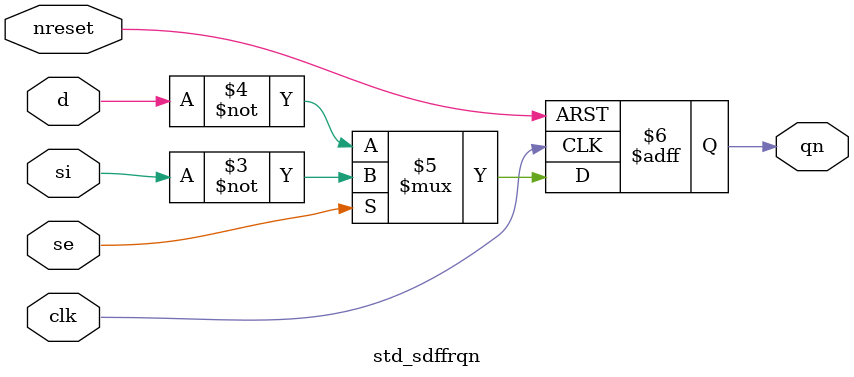
<source format=sv>

module std_sdffrqn #(parameter DW = 1) // array width
(
	input [DW-1:0] 	d,
	input [DW-1:0] 	si,
	input [DW-1:0] 	se,
	input [DW-1:0] 	clk,
	input [DW-1:0] 	nreset,
	output logic [DW-1:0] qn
);

always_ff @(posedge clk, negedge nreset) begin
	if(!nreset) begin
		qn <= {DW{1'b1}};
	end else begin
		qn <=  se ? ~si : ~d;
	end 
end

endmodule

</source>
